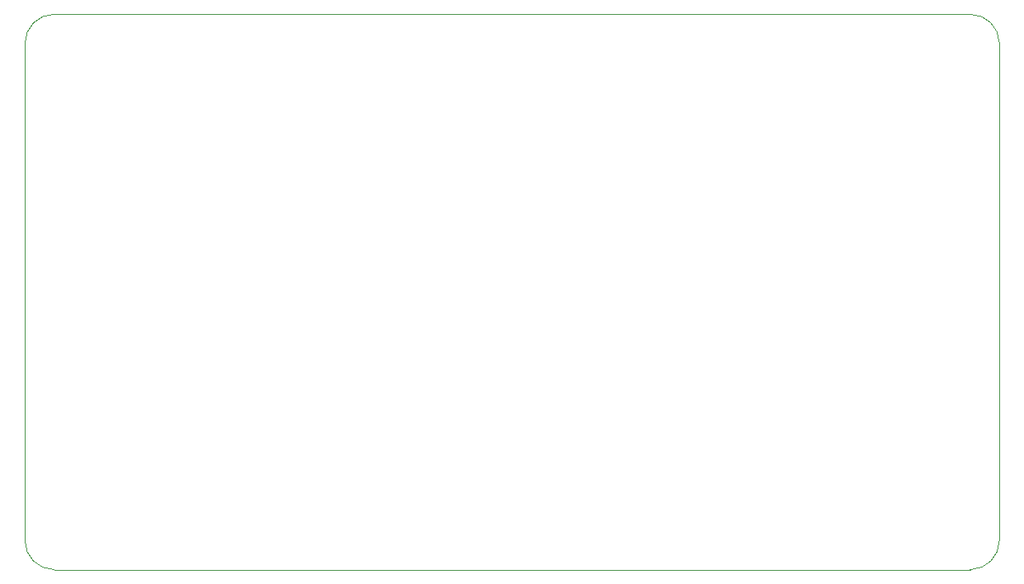
<source format=gm1>
G04 #@! TF.GenerationSoftware,KiCad,Pcbnew,8.0.8*
G04 #@! TF.CreationDate,2025-02-03T03:21:26+01:00*
G04 #@! TF.ProjectId,MiSTeryShield20kRPiPico,4d695354-6572-4795-9368-69656c643230,V1*
G04 #@! TF.SameCoordinates,Original*
G04 #@! TF.FileFunction,Profile,NP*
%FSLAX46Y46*%
G04 Gerber Fmt 4.6, Leading zero omitted, Abs format (unit mm)*
G04 Created by KiCad (PCBNEW 8.0.8) date 2025-02-03 03:21:26*
%MOMM*%
%LPD*%
G01*
G04 APERTURE LIST*
G04 #@! TA.AperFunction,Profile*
%ADD10C,0.100000*%
G04 #@! TD*
G04 APERTURE END LIST*
D10*
X168892000Y-38600000D02*
G75*
G02*
X171892000Y-41600000I0J-3000000D01*
G01*
X168892000Y-38600000D02*
X74892000Y-38600000D01*
X171892000Y-92600000D02*
X171892000Y-41600000D01*
X74892000Y-95600000D02*
X168892000Y-95600000D01*
X74892000Y-95600000D02*
G75*
G02*
X71892000Y-92600000I0J3000000D01*
G01*
X71892000Y-41600000D02*
X71892000Y-92600000D01*
X71892000Y-41600000D02*
G75*
G02*
X74892000Y-38600000I3000000J0D01*
G01*
X171892000Y-92600000D02*
G75*
G02*
X168892000Y-95600000I-3000000J0D01*
G01*
M02*

</source>
